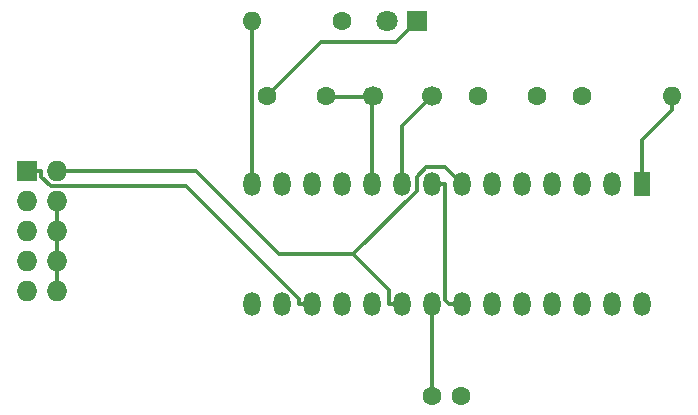
<source format=gbr>
G04 #@! TF.GenerationSoftware,KiCad,Pcbnew,5.1.4-3.fc30*
G04 #@! TF.CreationDate,2019-09-24T15:10:09+02:00*
G04 #@! TF.ProjectId,atmega_prog_adapter_v2,61746d65-6761-45f7-9072-6f675f616461,1.0*
G04 #@! TF.SameCoordinates,Original*
G04 #@! TF.FileFunction,Copper,L2,Bot*
G04 #@! TF.FilePolarity,Positive*
%FSLAX46Y46*%
G04 Gerber Fmt 4.6, Leading zero omitted, Abs format (unit mm)*
G04 Created by KiCad (PCBNEW 5.1.4-3.fc30) date 2019-09-24 15:10:09*
%MOMM*%
%LPD*%
G04 APERTURE LIST*
%ADD10C,1.600000*%
%ADD11R,1.800000X1.800000*%
%ADD12C,1.800000*%
%ADD13R,1.727200X1.727200*%
%ADD14O,1.727200X1.727200*%
%ADD15O,1.600000X1.600000*%
%ADD16R,1.440000X2.000000*%
%ADD17O,1.440000X2.000000*%
%ADD18C,1.700000*%
%ADD19C,0.350000*%
G04 APERTURE END LIST*
D10*
X128270000Y-105410000D03*
X130770000Y-105410000D03*
X137160000Y-80010000D03*
X132160000Y-80010000D03*
X119300000Y-80010000D03*
X114300000Y-80010000D03*
D11*
X127000000Y-73660000D03*
D12*
X124460000Y-73660000D03*
D13*
X93980000Y-86415000D03*
D14*
X96520000Y-86415000D03*
X93980000Y-88955000D03*
X96520000Y-88955000D03*
X93980000Y-91495000D03*
X96520000Y-91495000D03*
X93980000Y-94035000D03*
X96520000Y-94035000D03*
X93980000Y-96575000D03*
X96520000Y-96575000D03*
D10*
X140970000Y-80010000D03*
D15*
X148590000Y-80010000D03*
X113030000Y-73660000D03*
D10*
X120650000Y-73660000D03*
D16*
X146050000Y-87480000D03*
D17*
X146050000Y-97640000D03*
X143510000Y-87480000D03*
X143510000Y-97640000D03*
X140970000Y-87480000D03*
X140970000Y-97640000D03*
X138430000Y-87480000D03*
X138430000Y-97640000D03*
X135890000Y-87480000D03*
X135890000Y-97640000D03*
X133350000Y-87480000D03*
X133350000Y-97640000D03*
X130810000Y-87480000D03*
X130810000Y-97640000D03*
X128270000Y-87480000D03*
X128270000Y-97640000D03*
X125730000Y-87480000D03*
X125730000Y-97640000D03*
X123190000Y-87480000D03*
X123190000Y-97640000D03*
X120650000Y-87480000D03*
X120650000Y-97640000D03*
X118110000Y-87480000D03*
X118110000Y-97640000D03*
X115570000Y-87480000D03*
X115570000Y-97640000D03*
X113030000Y-87480000D03*
X113030000Y-97640000D03*
D18*
X128270000Y-80010000D03*
X123270000Y-80010000D03*
D19*
X121605000Y-93440000D02*
X127000000Y-88045000D01*
X127000000Y-88045000D02*
X127000000Y-86880700D01*
X127000000Y-86880700D02*
X127795600Y-86085100D01*
X127795600Y-86085100D02*
X129415100Y-86085100D01*
X129415100Y-86085100D02*
X130810000Y-87480000D01*
X96520000Y-86415000D02*
X108282100Y-86415000D01*
X108282100Y-86415000D02*
X115307100Y-93440000D01*
X115307100Y-93440000D02*
X121605000Y-93440000D01*
X124634700Y-97640000D02*
X124634700Y-96469700D01*
X124634700Y-96469700D02*
X121605000Y-93440000D01*
X125730000Y-97640000D02*
X124634700Y-97640000D01*
X128270000Y-97640000D02*
X128270000Y-105410000D01*
X128270000Y-87480000D02*
X129365300Y-87480000D01*
X130810000Y-97640000D02*
X129714700Y-97640000D01*
X129365300Y-87480000D02*
X129365300Y-97290600D01*
X129365300Y-97290600D02*
X129714700Y-97640000D01*
X114300000Y-80010000D02*
X118881700Y-75428300D01*
X118881700Y-75428300D02*
X125231700Y-75428300D01*
X125231700Y-75428300D02*
X127000000Y-73660000D01*
X96520000Y-91495000D02*
X96520000Y-88955000D01*
X96520000Y-94035000D02*
X96520000Y-91495000D01*
X96520000Y-96575000D02*
X96520000Y-94035000D01*
X125730000Y-87480000D02*
X125730000Y-82550000D01*
X125730000Y-82550000D02*
X128270000Y-80010000D01*
X123190000Y-80090000D02*
X123270000Y-80010000D01*
X123190000Y-87480000D02*
X123190000Y-80090000D01*
X123190000Y-80090000D02*
X119380000Y-80090000D01*
X119380000Y-80090000D02*
X119300000Y-80010000D01*
X95218900Y-86415000D02*
X95218900Y-86879700D01*
X95218900Y-86879700D02*
X95993100Y-87653900D01*
X95993100Y-87653900D02*
X107439300Y-87653900D01*
X107439300Y-87653900D02*
X117014700Y-97229300D01*
X117014700Y-97229300D02*
X117014700Y-97640000D01*
X93980000Y-86415000D02*
X95218900Y-86415000D01*
X118110000Y-97640000D02*
X117014700Y-97640000D01*
X148590000Y-80010000D02*
X148590000Y-81185300D01*
X146050000Y-87480000D02*
X146050000Y-83725300D01*
X146050000Y-83725300D02*
X148590000Y-81185300D01*
X113030000Y-87480000D02*
X113030000Y-73660000D01*
M02*

</source>
